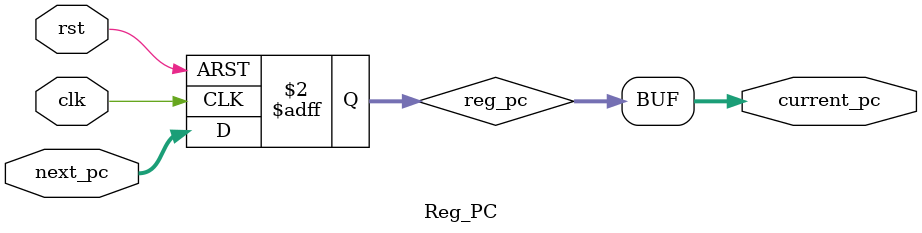
<source format=v>
module Reg_PC ( 
    input clk, 
    input rst, 
    input [31:0] next_pc, 
    output reg [31:0] current_pc 
);

    reg [31:0] reg_pc;

    always @(posedge clk or posedge rst) begin
        if (rst) begin
            //reset
            reg_pc <= 32'h0000_0000;
        end else begin
            //update current_pc
            reg_pc <= next_pc;
        end
    end
    
    assign current_pc = reg_pc;

endmodule
</source>
